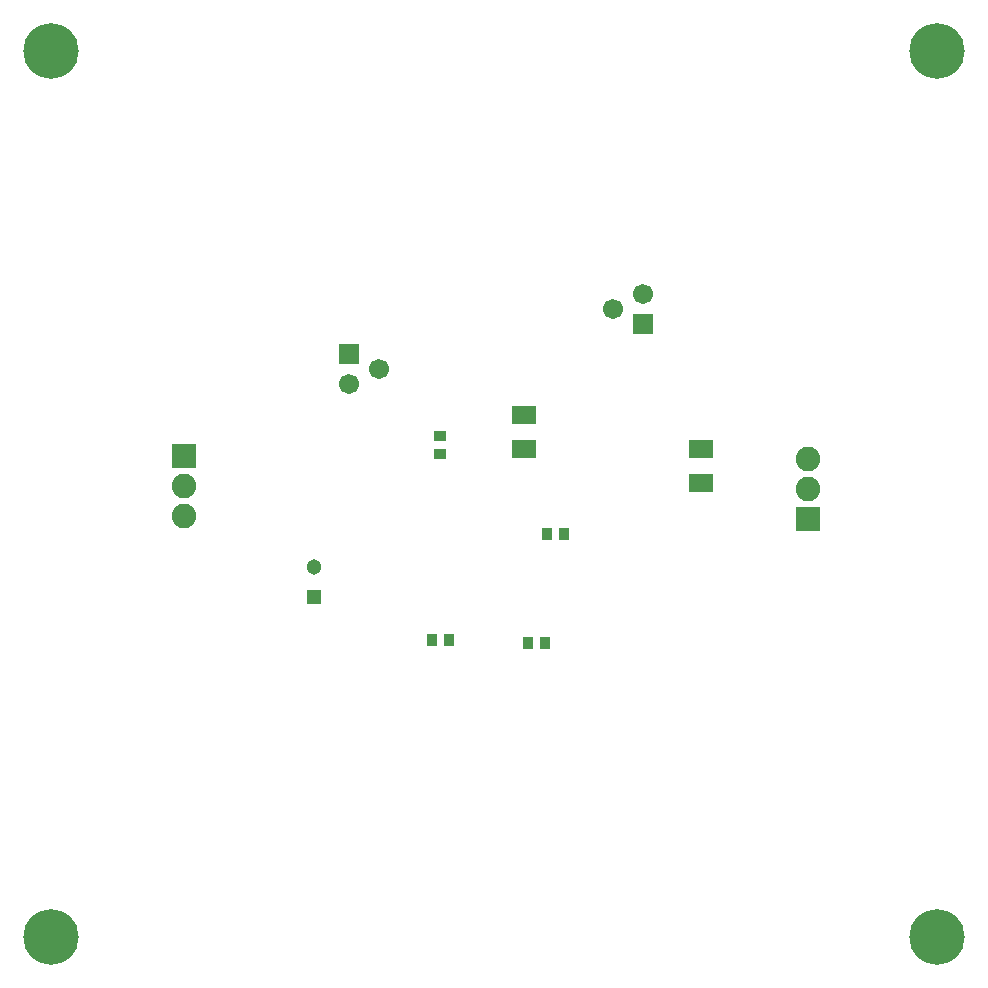
<source format=gbr>
G04*
G04 #@! TF.GenerationSoftware,Altium Limited,Altium Designer,24.2.2 (26)*
G04*
G04 Layer_Color=8388736*
%FSLAX45Y45*%
%MOMM*%
G71*
G04*
G04 #@! TF.SameCoordinates,7AAD8A9D-A8BC-4A06-A169-5CC17A717069*
G04*
G04*
G04 #@! TF.FilePolarity,Negative*
G04*
G01*
G75*
%ADD18R,0.85320X1.10320*%
%ADD19R,2.11320X1.57320*%
%ADD20R,1.10320X0.85320*%
%ADD21R,1.70180X1.70180*%
%ADD22C,1.70180*%
%ADD23R,2.08280X2.08280*%
%ADD24C,2.08280*%
%ADD25R,1.30320X1.30320*%
%ADD26C,1.30320*%
%ADD27C,4.70320*%
D18*
X11252200Y8382000D02*
D03*
X11107202D02*
D03*
X10435702Y8407400D02*
D03*
X10290698D02*
D03*
X11413602Y9309100D02*
D03*
X11268598D02*
D03*
D19*
X11074400Y10028199D02*
D03*
Y10312400D02*
D03*
X12573000Y9738502D02*
D03*
Y10022698D02*
D03*
D20*
X10363200Y9985898D02*
D03*
Y10130902D02*
D03*
D21*
X9588500Y10833100D02*
D03*
X12077700Y11087100D02*
D03*
D22*
X9842500Y10706100D02*
D03*
X9588500Y10579100D02*
D03*
X11823700Y11214100D02*
D03*
X12077700Y11341100D02*
D03*
D23*
X8191500Y9969500D02*
D03*
X13474699Y9436100D02*
D03*
D24*
X8191500Y9715500D02*
D03*
Y9461500D02*
D03*
X13474699Y9690100D02*
D03*
Y9944100D02*
D03*
D25*
X9296400Y8775700D02*
D03*
D26*
Y9025702D02*
D03*
D27*
X14571599Y5895848D02*
D03*
Y13395848D02*
D03*
X7071599Y5895848D02*
D03*
Y13395848D02*
D03*
M02*

</source>
